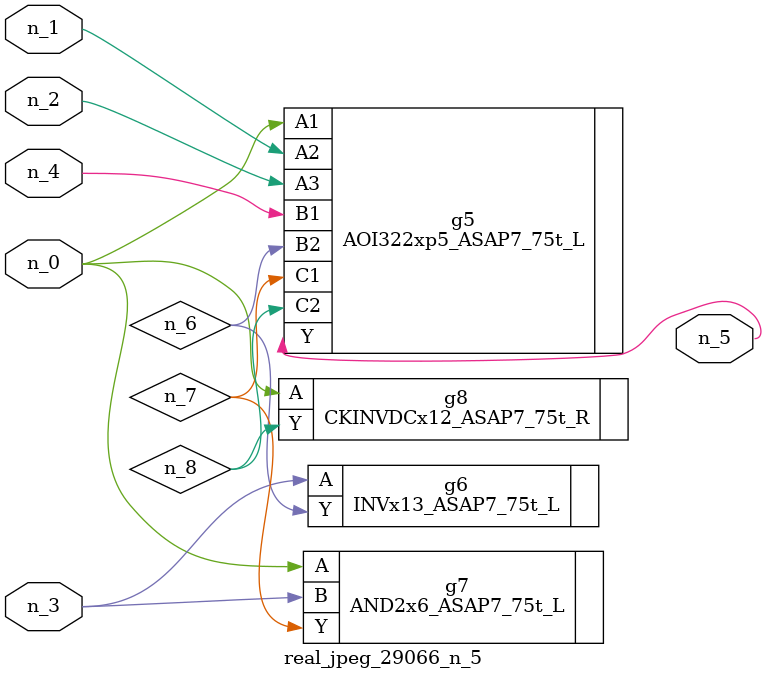
<source format=v>
module real_jpeg_29066_n_5 (n_4, n_0, n_1, n_2, n_3, n_5);

input n_4;
input n_0;
input n_1;
input n_2;
input n_3;

output n_5;

wire n_8;
wire n_6;
wire n_7;

AOI322xp5_ASAP7_75t_L g5 ( 
.A1(n_0),
.A2(n_1),
.A3(n_2),
.B1(n_4),
.B2(n_6),
.C1(n_7),
.C2(n_8),
.Y(n_5)
);

AND2x6_ASAP7_75t_L g7 ( 
.A(n_0),
.B(n_3),
.Y(n_7)
);

CKINVDCx12_ASAP7_75t_R g8 ( 
.A(n_0),
.Y(n_8)
);

INVx13_ASAP7_75t_L g6 ( 
.A(n_3),
.Y(n_6)
);


endmodule
</source>
